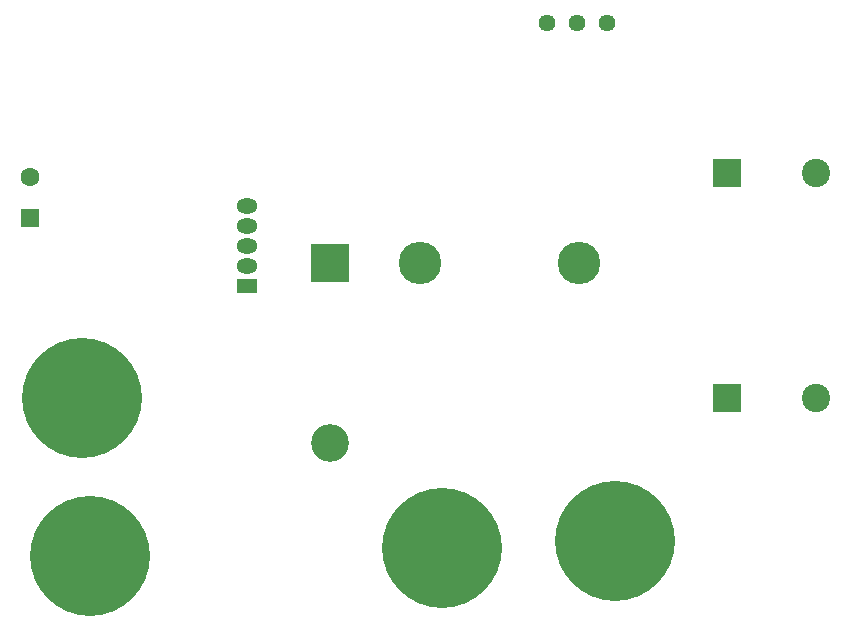
<source format=gbr>
%TF.GenerationSoftware,KiCad,Pcbnew,5.1.9*%
%TF.CreationDate,2021-02-16T23:41:28-03:00*%
%TF.ProjectId,positiva,706f7369-7469-4766-912e-6b696361645f,rev?*%
%TF.SameCoordinates,Original*%
%TF.FileFunction,Copper,L2,Bot*%
%TF.FilePolarity,Positive*%
%FSLAX46Y46*%
G04 Gerber Fmt 4.6, Leading zero omitted, Abs format (unit mm)*
G04 Created by KiCad (PCBNEW 5.1.9) date 2021-02-16 23:41:28*
%MOMM*%
%LPD*%
G01*
G04 APERTURE LIST*
%TA.AperFunction,ComponentPad*%
%ADD10C,1.440000*%
%TD*%
%TA.AperFunction,ComponentPad*%
%ADD11C,1.600000*%
%TD*%
%TA.AperFunction,ComponentPad*%
%ADD12R,1.600000X1.600000*%
%TD*%
%TA.AperFunction,ComponentPad*%
%ADD13O,1.800000X1.275000*%
%TD*%
%TA.AperFunction,ComponentPad*%
%ADD14R,1.800000X1.275000*%
%TD*%
%TA.AperFunction,ComponentPad*%
%ADD15C,3.600000*%
%TD*%
%TA.AperFunction,ComponentPad*%
%ADD16C,10.160000*%
%TD*%
%TA.AperFunction,ComponentPad*%
%ADD17O,3.200000X3.200000*%
%TD*%
%TA.AperFunction,ComponentPad*%
%ADD18R,3.200000X3.200000*%
%TD*%
%TA.AperFunction,ComponentPad*%
%ADD19C,2.400000*%
%TD*%
%TA.AperFunction,ComponentPad*%
%ADD20R,2.400000X2.400000*%
%TD*%
G04 APERTURE END LIST*
D10*
%TO.P,RV1,3*%
%TO.N,/VoutDC*%
X169545000Y-108585000D03*
%TO.P,RV1,2*%
%TO.N,/Vfb*%
X167005000Y-108585000D03*
%TO.P,RV1,1*%
%TO.N,GND*%
X164465000Y-108585000D03*
%TD*%
D11*
%TO.P,C1,2*%
%TO.N,GND*%
X120650000Y-121595000D03*
D12*
%TO.P,C1,1*%
%TO.N,/Vin*%
X120650000Y-125095000D03*
%TD*%
D13*
%TO.P,U1,5*%
%TO.N,GND*%
X139065000Y-124010000D03*
%TO.P,U1,4*%
%TO.N,/Vfb*%
X139065000Y-125710000D03*
%TO.P,U1,3*%
%TO.N,GND*%
X139065000Y-127410000D03*
%TO.P,U1,2*%
%TO.N,/VoutSW*%
X139065000Y-129110000D03*
D14*
%TO.P,U1,1*%
%TO.N,/Vin*%
X139065000Y-130810000D03*
%TD*%
D15*
%TO.P,L1,2*%
%TO.N,/VoutDC*%
X167170000Y-128905000D03*
%TO.P,L1,1*%
%TO.N,/VoutSW*%
X153670000Y-128905000D03*
%TD*%
D16*
%TO.P,J4,1*%
%TO.N,GND*%
X155575000Y-153035000D03*
%TD*%
%TO.P,J3,1*%
%TO.N,/VoutDC*%
X170180000Y-152400000D03*
%TD*%
%TO.P,J2,1*%
%TO.N,GND*%
X125730000Y-153670000D03*
%TD*%
%TO.P,J1,1*%
%TO.N,/Vin*%
X125095000Y-140335000D03*
%TD*%
D17*
%TO.P,D1,2*%
%TO.N,GND*%
X146050000Y-144145000D03*
D18*
%TO.P,D1,1*%
%TO.N,/VoutSW*%
X146050000Y-128905000D03*
%TD*%
D19*
%TO.P,C4,2*%
%TO.N,GND*%
X187205000Y-140335000D03*
D20*
%TO.P,C4,1*%
%TO.N,/VoutDC*%
X179705000Y-140335000D03*
%TD*%
D19*
%TO.P,C3,2*%
%TO.N,GND*%
X187205000Y-121285000D03*
D20*
%TO.P,C3,1*%
%TO.N,/VoutDC*%
X179705000Y-121285000D03*
%TD*%
M02*

</source>
